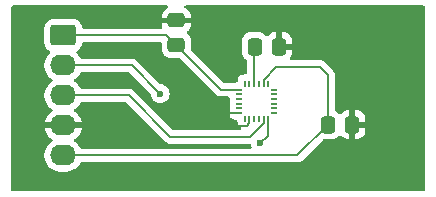
<source format=gbr>
%TF.GenerationSoftware,KiCad,Pcbnew,8.0.5*%
%TF.CreationDate,2024-11-05T12:58:27-06:00*%
%TF.ProjectId,golf_club_imu,676f6c66-5f63-46c7-9562-5f696d752e6b,rev?*%
%TF.SameCoordinates,Original*%
%TF.FileFunction,Copper,L1,Top*%
%TF.FilePolarity,Positive*%
%FSLAX46Y46*%
G04 Gerber Fmt 4.6, Leading zero omitted, Abs format (unit mm)*
G04 Created by KiCad (PCBNEW 8.0.5) date 2024-11-05 12:58:27*
%MOMM*%
%LPD*%
G01*
G04 APERTURE LIST*
G04 Aperture macros list*
%AMRoundRect*
0 Rectangle with rounded corners*
0 $1 Rounding radius*
0 $2 $3 $4 $5 $6 $7 $8 $9 X,Y pos of 4 corners*
0 Add a 4 corners polygon primitive as box body*
4,1,4,$2,$3,$4,$5,$6,$7,$8,$9,$2,$3,0*
0 Add four circle primitives for the rounded corners*
1,1,$1+$1,$2,$3*
1,1,$1+$1,$4,$5*
1,1,$1+$1,$6,$7*
1,1,$1+$1,$8,$9*
0 Add four rect primitives between the rounded corners*
20,1,$1+$1,$2,$3,$4,$5,0*
20,1,$1+$1,$4,$5,$6,$7,0*
20,1,$1+$1,$6,$7,$8,$9,0*
20,1,$1+$1,$8,$9,$2,$3,0*%
G04 Aperture macros list end*
%TA.AperFunction,SMDPad,CuDef*%
%ADD10RoundRect,0.050000X-0.050000X0.225000X-0.050000X-0.225000X0.050000X-0.225000X0.050000X0.225000X0*%
%TD*%
%TA.AperFunction,SMDPad,CuDef*%
%ADD11RoundRect,0.050000X0.225000X0.050000X-0.225000X0.050000X-0.225000X-0.050000X0.225000X-0.050000X0*%
%TD*%
%TA.AperFunction,ComponentPad*%
%ADD12RoundRect,0.250000X-0.845000X0.620000X-0.845000X-0.620000X0.845000X-0.620000X0.845000X0.620000X0*%
%TD*%
%TA.AperFunction,ComponentPad*%
%ADD13O,2.190000X1.740000*%
%TD*%
%TA.AperFunction,SMDPad,CuDef*%
%ADD14RoundRect,0.250000X-0.337500X-0.475000X0.337500X-0.475000X0.337500X0.475000X-0.337500X0.475000X0*%
%TD*%
%TA.AperFunction,SMDPad,CuDef*%
%ADD15RoundRect,0.250000X0.475000X-0.337500X0.475000X0.337500X-0.475000X0.337500X-0.475000X-0.337500X0*%
%TD*%
%TA.AperFunction,SMDPad,CuDef*%
%ADD16RoundRect,0.250000X0.337500X0.475000X-0.337500X0.475000X-0.337500X-0.475000X0.337500X-0.475000X0*%
%TD*%
%TA.AperFunction,ViaPad*%
%ADD17C,0.600000*%
%TD*%
%TA.AperFunction,Conductor*%
%ADD18C,0.152400*%
%TD*%
G04 APERTURE END LIST*
D10*
%TO.P,U1,24,SDA/SDI*%
%TO.N,/SDA*%
X149004400Y-59916800D03*
%TO.P,U1,23,SCL/SCLK*%
%TO.N,/SCL*%
X148604400Y-59916800D03*
%TO.P,U1,22,~{CS}*%
%TO.N,unconnected-(U1-~{CS}-Pad22)*%
X148204400Y-59916800D03*
%TO.P,U1,21,AUX_DA*%
%TO.N,unconnected-(U1-AUX_DA-Pad21)*%
X147804400Y-59916800D03*
%TO.P,U1,20,GND*%
%TO.N,GND*%
X147404400Y-59916800D03*
%TO.P,U1,19,RESV*%
%TO.N,unconnected-(U1-RESV-Pad19)*%
X147004400Y-59916800D03*
D11*
%TO.P,U1,18,GND*%
%TO.N,GND*%
X146504400Y-59416800D03*
%TO.P,U1,17,NC*%
%TO.N,unconnected-(U1-NC-Pad17)*%
X146504400Y-59016800D03*
%TO.P,U1,16,NC*%
%TO.N,unconnected-(U1-NC-Pad16)*%
X146504400Y-58616800D03*
%TO.P,U1,15,NC*%
%TO.N,unconnected-(U1-NC-Pad15)*%
X146504400Y-58216800D03*
%TO.P,U1,14,NC*%
%TO.N,unconnected-(U1-NC-Pad14)*%
X146504400Y-57816800D03*
%TO.P,U1,13,VDD*%
%TO.N,/3V3*%
X146504400Y-57416800D03*
D10*
%TO.P,U1,12,INT1*%
%TO.N,unconnected-(U1-INT1-Pad12)*%
X147004400Y-56916800D03*
%TO.P,U1,11,FSYNC*%
%TO.N,unconnected-(U1-FSYNC-Pad11)*%
X147404400Y-56916800D03*
%TO.P,U1,10,REGOUT*%
%TO.N,Net-(U1-REGOUT)*%
X147804400Y-56916800D03*
%TO.P,U1,9,SDO/AD0*%
%TO.N,unconnected-(U1-SDO{slash}AD0-Pad9)*%
X148204400Y-56916800D03*
%TO.P,U1,8,VDDIO*%
%TO.N,/1V8*%
X148604400Y-56916800D03*
%TO.P,U1,7,AUX_CL*%
%TO.N,unconnected-(U1-AUX_CL-Pad7)*%
X149004400Y-56916800D03*
D11*
%TO.P,U1,6,NC*%
%TO.N,unconnected-(U1-NC-Pad6)*%
X149504400Y-57416800D03*
%TO.P,U1,5,NC*%
%TO.N,unconnected-(U1-NC-Pad5)*%
X149504400Y-57816800D03*
%TO.P,U1,4,NC*%
%TO.N,unconnected-(U1-NC-Pad4)*%
X149504400Y-58216800D03*
%TO.P,U1,3,NC*%
%TO.N,unconnected-(U1-NC-Pad3)*%
X149504400Y-58616800D03*
%TO.P,U1,2,NC*%
%TO.N,unconnected-(U1-NC-Pad2)*%
X149504400Y-59016800D03*
%TO.P,U1,1,NC*%
%TO.N,unconnected-(U1-NC-Pad1)*%
X149504400Y-59416800D03*
%TD*%
D12*
%TO.P,IMU_IO1,1,Pin_1*%
%TO.N,/3V3*%
X131653600Y-52832000D03*
D13*
%TO.P,IMU_IO1,2,Pin_2*%
%TO.N,/SDA*%
X131653600Y-55372000D03*
%TO.P,IMU_IO1,3,Pin_3*%
%TO.N,/SCL*%
X131653600Y-57912000D03*
%TO.P,IMU_IO1,4,Pin_4*%
%TO.N,GND*%
X131653600Y-60452000D03*
%TO.P,IMU_IO1,5,Pin_5*%
%TO.N,/1V8*%
X131653600Y-62992000D03*
%TD*%
D14*
%TO.P,C11,1*%
%TO.N,Net-(U1-REGOUT)*%
X147857300Y-53797200D03*
%TO.P,C11,2*%
%TO.N,GND*%
X149932300Y-53797200D03*
%TD*%
D15*
%TO.P,C10,2*%
%TO.N,GND*%
X141224000Y-51569800D03*
%TO.P,C10,1*%
%TO.N,/3V3*%
X141224000Y-53644800D03*
%TD*%
D16*
%TO.P,C9,2*%
%TO.N,/1V8*%
X154054900Y-60401200D03*
%TO.P,C9,1*%
%TO.N,GND*%
X156129900Y-60401200D03*
%TD*%
D17*
%TO.N,GND*%
X133959600Y-56692800D03*
X135432800Y-51460400D03*
X133959600Y-61569600D03*
X144780000Y-59436000D03*
%TO.N,/SDA*%
X148336000Y-61976000D03*
X139852400Y-57759600D03*
%TD*%
D18*
%TO.N,GND*%
X147190904Y-60468000D02*
X145812000Y-60468000D01*
X145812000Y-60468000D02*
X144780000Y-59436000D01*
X147404400Y-60254504D02*
X147190904Y-60468000D01*
X147404400Y-59916800D02*
X147404400Y-60254504D01*
X144799200Y-59416800D02*
X144780000Y-59436000D01*
X146504400Y-59416800D02*
X144799200Y-59416800D01*
%TO.N,Net-(U1-REGOUT)*%
X147804400Y-53850100D02*
X147804400Y-56916800D01*
X147857300Y-53797200D02*
X147804400Y-53850100D01*
%TO.N,/SCL*%
X148604400Y-60254504D02*
X148604400Y-59916800D01*
X147441704Y-61417200D02*
X148604400Y-60254504D01*
X140716000Y-61417200D02*
X147441704Y-61417200D01*
X137210800Y-57912000D02*
X140716000Y-61417200D01*
X131653600Y-57912000D02*
X137210800Y-57912000D01*
%TO.N,/SDA*%
X149004400Y-61307600D02*
X148336000Y-61976000D01*
X149004400Y-59916800D02*
X149004400Y-61307600D01*
X137464800Y-55372000D02*
X139852400Y-57759600D01*
X131653600Y-55372000D02*
X137464800Y-55372000D01*
%TO.N,/1V8*%
X148604400Y-56579096D02*
X148604400Y-56916800D01*
X149659096Y-55524400D02*
X148604400Y-56579096D01*
X153416000Y-55524400D02*
X149659096Y-55524400D01*
X154054900Y-56163300D02*
X153416000Y-55524400D01*
X154054900Y-60401200D02*
X154054900Y-56163300D01*
X151464100Y-62992000D02*
X154054900Y-60401200D01*
X131653600Y-62992000D02*
X151464100Y-62992000D01*
%TO.N,/3V3*%
X141173200Y-53644800D02*
X140360400Y-52832000D01*
X140360400Y-52832000D02*
X131653600Y-52832000D01*
X141224000Y-53644800D02*
X141173200Y-53644800D01*
X144996000Y-57416800D02*
X141224000Y-53644800D01*
X146504400Y-57416800D02*
X144996000Y-57416800D01*
%TD*%
%TA.AperFunction,Conductor*%
%TO.N,GND*%
G36*
X136987600Y-58508385D02*
G01*
X137008242Y-58525019D01*
X140361898Y-61878675D01*
X140493402Y-61954599D01*
X140640076Y-61993900D01*
X140640078Y-61993900D01*
X147421638Y-61993900D01*
X147488677Y-62013585D01*
X147534432Y-62066389D01*
X147544858Y-62104016D01*
X147550630Y-62155249D01*
X147550631Y-62155254D01*
X147550632Y-62155255D01*
X147583905Y-62250345D01*
X147583906Y-62250346D01*
X147587467Y-62320125D01*
X147552738Y-62380752D01*
X147490745Y-62412979D01*
X147466864Y-62415300D01*
X133198893Y-62415300D01*
X133131854Y-62395615D01*
X133088408Y-62347595D01*
X133050756Y-62273700D01*
X133050722Y-62273653D01*
X132923959Y-62099179D01*
X132771421Y-61946641D01*
X132599879Y-61822008D01*
X132557214Y-61766678D01*
X132551235Y-61697064D01*
X132583841Y-61635269D01*
X132599880Y-61621372D01*
X132771091Y-61496979D01*
X132771097Y-61496974D01*
X132923574Y-61344497D01*
X132923574Y-61344496D01*
X133050328Y-61170036D01*
X133148227Y-60977901D01*
X133214866Y-60772809D01*
X133226081Y-60702000D01*
X132196309Y-60702000D01*
X132208052Y-60681661D01*
X132248600Y-60530333D01*
X132248600Y-60373667D01*
X132208052Y-60222339D01*
X132196309Y-60202000D01*
X133226081Y-60202000D01*
X133214866Y-60131190D01*
X133148227Y-59926098D01*
X133050328Y-59733963D01*
X132923574Y-59559503D01*
X132923574Y-59559502D01*
X132771097Y-59407025D01*
X132599879Y-59282627D01*
X132557214Y-59227297D01*
X132551235Y-59157683D01*
X132583841Y-59095888D01*
X132599880Y-59081991D01*
X132771421Y-58957359D01*
X132923959Y-58804821D01*
X133050757Y-58630299D01*
X133088408Y-58556405D01*
X133136383Y-58505609D01*
X133198893Y-58488700D01*
X136920561Y-58488700D01*
X136987600Y-58508385D01*
G37*
%TD.AperFunction*%
%TA.AperFunction,Conductor*%
G36*
X139941539Y-53428385D02*
G01*
X139987294Y-53481189D01*
X139998500Y-53532700D01*
X139998500Y-54032301D01*
X139998501Y-54032319D01*
X140009000Y-54135096D01*
X140009001Y-54135099D01*
X140064185Y-54301631D01*
X140064187Y-54301636D01*
X140076854Y-54322173D01*
X140156288Y-54450956D01*
X140280344Y-54575012D01*
X140429666Y-54667114D01*
X140596203Y-54722299D01*
X140698991Y-54732800D01*
X141445060Y-54732799D01*
X141512099Y-54752483D01*
X141532741Y-54769118D01*
X144534525Y-57770902D01*
X144641898Y-57878275D01*
X144773402Y-57954199D01*
X144920076Y-57993500D01*
X145605049Y-57993500D01*
X145672088Y-58013185D01*
X145717843Y-58065989D01*
X145727913Y-58119992D01*
X145728900Y-58119992D01*
X145728900Y-58123697D01*
X145728900Y-58123698D01*
X145728900Y-58309902D01*
X145734622Y-58357554D01*
X145739961Y-58402017D01*
X145739961Y-58431583D01*
X145739180Y-58438089D01*
X145728900Y-58523698D01*
X145728900Y-58709902D01*
X145734622Y-58757554D01*
X145739961Y-58802017D01*
X145739961Y-58831583D01*
X145734118Y-58880240D01*
X145728900Y-58923698D01*
X145728900Y-59109902D01*
X145734638Y-59157683D01*
X145740214Y-59204121D01*
X145740214Y-59233687D01*
X145729400Y-59323745D01*
X145729400Y-59509853D01*
X145740013Y-59598243D01*
X145795479Y-59738895D01*
X145886835Y-59859364D01*
X146007304Y-59950720D01*
X146147956Y-60006186D01*
X146236346Y-60016800D01*
X146279900Y-60016800D01*
X146346939Y-60036485D01*
X146392694Y-60089289D01*
X146403900Y-60140800D01*
X146403900Y-60184902D01*
X146408396Y-60222339D01*
X146414522Y-60273361D01*
X146470039Y-60414143D01*
X146561477Y-60534722D01*
X146670895Y-60617696D01*
X146712419Y-60673889D01*
X146716970Y-60743610D01*
X146683105Y-60804724D01*
X146621575Y-60837828D01*
X146595970Y-60840500D01*
X141006239Y-60840500D01*
X140939200Y-60820815D01*
X140918558Y-60804181D01*
X137564904Y-57450527D01*
X137564898Y-57450522D01*
X137433400Y-57374602D01*
X137433399Y-57374601D01*
X137433398Y-57374601D01*
X137286724Y-57335300D01*
X137286723Y-57335300D01*
X133198893Y-57335300D01*
X133131854Y-57315615D01*
X133088408Y-57267595D01*
X133050756Y-57193700D01*
X133004318Y-57129784D01*
X132923959Y-57019179D01*
X132771421Y-56866641D01*
X132600304Y-56742317D01*
X132557640Y-56686988D01*
X132551661Y-56617374D01*
X132584267Y-56555580D01*
X132600302Y-56541684D01*
X132771421Y-56417359D01*
X132923959Y-56264821D01*
X133050757Y-56090299D01*
X133088408Y-56016405D01*
X133136383Y-55965609D01*
X133198893Y-55948700D01*
X137174561Y-55948700D01*
X137241600Y-55968385D01*
X137262242Y-55985019D01*
X139017424Y-57740201D01*
X139050909Y-57801524D01*
X139052963Y-57813998D01*
X139067030Y-57938849D01*
X139126610Y-58109121D01*
X139204400Y-58232922D01*
X139222584Y-58261862D01*
X139350138Y-58389416D01*
X139502878Y-58485389D01*
X139568597Y-58508385D01*
X139673145Y-58544968D01*
X139673150Y-58544969D01*
X139852396Y-58565165D01*
X139852400Y-58565165D01*
X139852404Y-58565165D01*
X140031649Y-58544969D01*
X140031652Y-58544968D01*
X140031655Y-58544968D01*
X140201922Y-58485389D01*
X140354662Y-58389416D01*
X140482216Y-58261862D01*
X140578189Y-58109122D01*
X140637768Y-57938855D01*
X140637769Y-57938849D01*
X140657965Y-57759603D01*
X140657965Y-57759596D01*
X140637769Y-57580350D01*
X140637768Y-57580345D01*
X140613119Y-57509902D01*
X140578189Y-57410078D01*
X140482216Y-57257338D01*
X140354662Y-57129784D01*
X140298438Y-57094456D01*
X140201921Y-57033810D01*
X140031649Y-56974230D01*
X139906798Y-56960163D01*
X139842384Y-56933096D01*
X139833001Y-56924624D01*
X137818904Y-54910527D01*
X137818898Y-54910522D01*
X137687400Y-54834602D01*
X137687399Y-54834601D01*
X137687398Y-54834601D01*
X137540724Y-54795300D01*
X137540723Y-54795300D01*
X133198893Y-54795300D01*
X133131854Y-54775615D01*
X133088408Y-54727595D01*
X133074727Y-54700745D01*
X133050757Y-54653701D01*
X132923959Y-54479179D01*
X132781975Y-54337195D01*
X132748490Y-54275872D01*
X132753474Y-54206180D01*
X132795346Y-54150247D01*
X132817257Y-54137129D01*
X132817922Y-54136817D01*
X132817934Y-54136814D01*
X132967256Y-54044712D01*
X133091312Y-53920656D01*
X133183414Y-53771334D01*
X133238599Y-53604797D01*
X133247252Y-53520098D01*
X133273648Y-53455406D01*
X133330829Y-53415254D01*
X133370610Y-53408700D01*
X139874500Y-53408700D01*
X139941539Y-53428385D01*
G37*
%TD.AperFunction*%
%TA.AperFunction,Conductor*%
G36*
X140500875Y-50311685D02*
G01*
X140546630Y-50364489D01*
X140556574Y-50433647D01*
X140527549Y-50497203D01*
X140472840Y-50533706D01*
X140429880Y-50547941D01*
X140429875Y-50547943D01*
X140280654Y-50639984D01*
X140156684Y-50763954D01*
X140064643Y-50913175D01*
X140064641Y-50913180D01*
X140009494Y-51079602D01*
X140009493Y-51079609D01*
X139999000Y-51182313D01*
X139999000Y-51319800D01*
X142448999Y-51319800D01*
X142448999Y-51182328D01*
X142448998Y-51182313D01*
X142438505Y-51079602D01*
X142383358Y-50913180D01*
X142383356Y-50913175D01*
X142291315Y-50763954D01*
X142167345Y-50639984D01*
X142018124Y-50547943D01*
X142018119Y-50547941D01*
X141975159Y-50533706D01*
X141917714Y-50493934D01*
X141890891Y-50429418D01*
X141903206Y-50360642D01*
X141950749Y-50309442D01*
X142014163Y-50292000D01*
X162138700Y-50292000D01*
X162205739Y-50311685D01*
X162251494Y-50364489D01*
X162262700Y-50416000D01*
X162262700Y-65916000D01*
X162243015Y-65983039D01*
X162190211Y-66028794D01*
X162138700Y-66040000D01*
X127370500Y-66040000D01*
X127303461Y-66020315D01*
X127257706Y-65967511D01*
X127246500Y-65916000D01*
X127246500Y-52161983D01*
X130058100Y-52161983D01*
X130058100Y-53502001D01*
X130058101Y-53502018D01*
X130068600Y-53604796D01*
X130068601Y-53604799D01*
X130123785Y-53771331D01*
X130123786Y-53771334D01*
X130215888Y-53920656D01*
X130339944Y-54044712D01*
X130489266Y-54136814D01*
X130489268Y-54136814D01*
X130489269Y-54136815D01*
X130489948Y-54137132D01*
X130490335Y-54137473D01*
X130495413Y-54140605D01*
X130494877Y-54141472D01*
X130542387Y-54183304D01*
X130561539Y-54250498D01*
X130541323Y-54317379D01*
X130525225Y-54337195D01*
X130383240Y-54479180D01*
X130256443Y-54653700D01*
X130158509Y-54845908D01*
X130158508Y-54845910D01*
X130158508Y-54845911D01*
X130152335Y-54864910D01*
X130091845Y-55051077D01*
X130058100Y-55264133D01*
X130058100Y-55479866D01*
X130091845Y-55692922D01*
X130091846Y-55692926D01*
X130158508Y-55898089D01*
X130256443Y-56090299D01*
X130383241Y-56264821D01*
X130535779Y-56417359D01*
X130587355Y-56454831D01*
X130706894Y-56541682D01*
X130749559Y-56597012D01*
X130755538Y-56666626D01*
X130722932Y-56728421D01*
X130706894Y-56742318D01*
X130683467Y-56759339D01*
X130535779Y-56866641D01*
X130535777Y-56866643D01*
X130535776Y-56866643D01*
X130383243Y-57019176D01*
X130383243Y-57019177D01*
X130383241Y-57019179D01*
X130328786Y-57094129D01*
X130256443Y-57193700D01*
X130158509Y-57385908D01*
X130091845Y-57591077D01*
X130058100Y-57804133D01*
X130058100Y-58019866D01*
X130091845Y-58232922D01*
X130091846Y-58232926D01*
X130158508Y-58438089D01*
X130256443Y-58630299D01*
X130383241Y-58804821D01*
X130535779Y-58957359D01*
X130707320Y-59081991D01*
X130749985Y-59137321D01*
X130755964Y-59206935D01*
X130723358Y-59268730D01*
X130707320Y-59282627D01*
X130536103Y-59407024D01*
X130383625Y-59559502D01*
X130383625Y-59559503D01*
X130256871Y-59733963D01*
X130158972Y-59926098D01*
X130092333Y-60131190D01*
X130081119Y-60202000D01*
X131110891Y-60202000D01*
X131099148Y-60222339D01*
X131058600Y-60373667D01*
X131058600Y-60530333D01*
X131099148Y-60681661D01*
X131110891Y-60702000D01*
X130081119Y-60702000D01*
X130092333Y-60772809D01*
X130158972Y-60977901D01*
X130256871Y-61170036D01*
X130383625Y-61344496D01*
X130383625Y-61344497D01*
X130536102Y-61496974D01*
X130707320Y-61621372D01*
X130749985Y-61676702D01*
X130755964Y-61746316D01*
X130723358Y-61808110D01*
X130707320Y-61822008D01*
X130535777Y-61946642D01*
X130383243Y-62099176D01*
X130383243Y-62099177D01*
X130383241Y-62099179D01*
X130379727Y-62104016D01*
X130256443Y-62273700D01*
X130158509Y-62465908D01*
X130091845Y-62671077D01*
X130058100Y-62884133D01*
X130058100Y-63099866D01*
X130091845Y-63312922D01*
X130091846Y-63312926D01*
X130158508Y-63518089D01*
X130256443Y-63710299D01*
X130383241Y-63884821D01*
X130535779Y-64037359D01*
X130710301Y-64164157D01*
X130902511Y-64262092D01*
X131107674Y-64328754D01*
X131187573Y-64341408D01*
X131320734Y-64362500D01*
X131320739Y-64362500D01*
X131986466Y-64362500D01*
X132104830Y-64343752D01*
X132199526Y-64328754D01*
X132404689Y-64262092D01*
X132596899Y-64164157D01*
X132771421Y-64037359D01*
X132923959Y-63884821D01*
X133050757Y-63710299D01*
X133088408Y-63636405D01*
X133136383Y-63585609D01*
X133198893Y-63568700D01*
X151540022Y-63568700D01*
X151540024Y-63568700D01*
X151686698Y-63529399D01*
X151818202Y-63453475D01*
X153608659Y-61663016D01*
X153669980Y-61629533D01*
X153696329Y-61626699D01*
X154442408Y-61626699D01*
X154442416Y-61626698D01*
X154442419Y-61626698D01*
X154498702Y-61620948D01*
X154545197Y-61616199D01*
X154711734Y-61561014D01*
X154861056Y-61468912D01*
X154985112Y-61344856D01*
X154987152Y-61341547D01*
X154989145Y-61339755D01*
X154989593Y-61339189D01*
X154989689Y-61339265D01*
X155039094Y-61294823D01*
X155108056Y-61283595D01*
X155172140Y-61311434D01*
X155198229Y-61341539D01*
X155200081Y-61344541D01*
X155200083Y-61344544D01*
X155324054Y-61468515D01*
X155473275Y-61560556D01*
X155473280Y-61560558D01*
X155639702Y-61615705D01*
X155639709Y-61615706D01*
X155742419Y-61626199D01*
X155879899Y-61626199D01*
X156379900Y-61626199D01*
X156517372Y-61626199D01*
X156517386Y-61626198D01*
X156620097Y-61615705D01*
X156786519Y-61560558D01*
X156786524Y-61560556D01*
X156935745Y-61468515D01*
X157059715Y-61344545D01*
X157151756Y-61195324D01*
X157151758Y-61195319D01*
X157206905Y-61028897D01*
X157206906Y-61028890D01*
X157217399Y-60926186D01*
X157217400Y-60926173D01*
X157217400Y-60651200D01*
X156379900Y-60651200D01*
X156379900Y-61626199D01*
X155879899Y-61626199D01*
X155879900Y-61626198D01*
X155879900Y-60151200D01*
X156379900Y-60151200D01*
X157217399Y-60151200D01*
X157217399Y-59876228D01*
X157217398Y-59876213D01*
X157206905Y-59773502D01*
X157151758Y-59607080D01*
X157151756Y-59607075D01*
X157059715Y-59457854D01*
X156935745Y-59333884D01*
X156786524Y-59241843D01*
X156786519Y-59241841D01*
X156620097Y-59186694D01*
X156620090Y-59186693D01*
X156517386Y-59176200D01*
X156379900Y-59176200D01*
X156379900Y-60151200D01*
X155879900Y-60151200D01*
X155879900Y-59176200D01*
X155742427Y-59176200D01*
X155742412Y-59176201D01*
X155639702Y-59186694D01*
X155473280Y-59241841D01*
X155473275Y-59241843D01*
X155324054Y-59333884D01*
X155200083Y-59457855D01*
X155200079Y-59457860D01*
X155198226Y-59460865D01*
X155196418Y-59462490D01*
X155195602Y-59463523D01*
X155195425Y-59463383D01*
X155146274Y-59507585D01*
X155077311Y-59518801D01*
X155013231Y-59490952D01*
X154987153Y-59460853D01*
X154986455Y-59459722D01*
X154985112Y-59457544D01*
X154861056Y-59333488D01*
X154711734Y-59241386D01*
X154711733Y-59241385D01*
X154705191Y-59238336D01*
X154706328Y-59235895D01*
X154659131Y-59203199D01*
X154632325Y-59138676D01*
X154631600Y-59125291D01*
X154631600Y-56087378D01*
X154631600Y-56087376D01*
X154592299Y-55940702D01*
X154567697Y-55898091D01*
X154516377Y-55809201D01*
X154516372Y-55809195D01*
X153770104Y-55062927D01*
X153770098Y-55062922D01*
X153638600Y-54987002D01*
X153638599Y-54987001D01*
X153638598Y-54987001D01*
X153491924Y-54947700D01*
X150954323Y-54947700D01*
X150887284Y-54928015D01*
X150841529Y-54875211D01*
X150831585Y-54806053D01*
X150858576Y-54746948D01*
X150857639Y-54746207D01*
X150862115Y-54740546D01*
X150954156Y-54591324D01*
X150954158Y-54591319D01*
X151009305Y-54424897D01*
X151009306Y-54424890D01*
X151019799Y-54322186D01*
X151019800Y-54322173D01*
X151019800Y-54047200D01*
X149806300Y-54047200D01*
X149739261Y-54027515D01*
X149693506Y-53974711D01*
X149682300Y-53923200D01*
X149682300Y-53547200D01*
X150182300Y-53547200D01*
X151019799Y-53547200D01*
X151019799Y-53272228D01*
X151019798Y-53272213D01*
X151009305Y-53169502D01*
X150954158Y-53003080D01*
X150954156Y-53003075D01*
X150862115Y-52853854D01*
X150738145Y-52729884D01*
X150588924Y-52637843D01*
X150588919Y-52637841D01*
X150422497Y-52582694D01*
X150422490Y-52582693D01*
X150319786Y-52572200D01*
X150182300Y-52572200D01*
X150182300Y-53547200D01*
X149682300Y-53547200D01*
X149682300Y-52572200D01*
X149544827Y-52572200D01*
X149544812Y-52572201D01*
X149442102Y-52582694D01*
X149275680Y-52637841D01*
X149275675Y-52637843D01*
X149126454Y-52729884D01*
X149002483Y-52853855D01*
X149002479Y-52853860D01*
X149000626Y-52856865D01*
X148998818Y-52858490D01*
X148998002Y-52859523D01*
X148997825Y-52859383D01*
X148948674Y-52903585D01*
X148879711Y-52914801D01*
X148815631Y-52886952D01*
X148789553Y-52856853D01*
X148789537Y-52856828D01*
X148787512Y-52853544D01*
X148663456Y-52729488D01*
X148514134Y-52637386D01*
X148347597Y-52582201D01*
X148347595Y-52582200D01*
X148244810Y-52571700D01*
X147469798Y-52571700D01*
X147469780Y-52571701D01*
X147367003Y-52582200D01*
X147367000Y-52582201D01*
X147200468Y-52637385D01*
X147200463Y-52637387D01*
X147051142Y-52729489D01*
X146927089Y-52853542D01*
X146834987Y-53002863D01*
X146834985Y-53002868D01*
X146834915Y-53003080D01*
X146779801Y-53169403D01*
X146779801Y-53169404D01*
X146779800Y-53169404D01*
X146769300Y-53272183D01*
X146769300Y-54322201D01*
X146769301Y-54322219D01*
X146779800Y-54424996D01*
X146779801Y-54424999D01*
X146829510Y-54575010D01*
X146834986Y-54591534D01*
X146927088Y-54740856D01*
X147051144Y-54864912D01*
X147168797Y-54937481D01*
X147215521Y-54989426D01*
X147227700Y-55043018D01*
X147227700Y-56017449D01*
X147208015Y-56084488D01*
X147155211Y-56130243D01*
X147101208Y-56140312D01*
X147101208Y-56141300D01*
X147097502Y-56141300D01*
X146911298Y-56141300D01*
X146872253Y-56145988D01*
X146822838Y-56151922D01*
X146682056Y-56207439D01*
X146561477Y-56298877D01*
X146470039Y-56419456D01*
X146414522Y-56560238D01*
X146410107Y-56597012D01*
X146403900Y-56648698D01*
X146403900Y-56648703D01*
X146403900Y-56692300D01*
X146384215Y-56759339D01*
X146331411Y-56805094D01*
X146279900Y-56816300D01*
X146236298Y-56816300D01*
X146202031Y-56820415D01*
X146147838Y-56826922D01*
X146144215Y-56828350D01*
X146136342Y-56831455D01*
X146090855Y-56840100D01*
X145286239Y-56840100D01*
X145219200Y-56820415D01*
X145198558Y-56803781D01*
X142485818Y-54091041D01*
X142452333Y-54029718D01*
X142449499Y-54003368D01*
X142449499Y-53257292D01*
X142438999Y-53154503D01*
X142383814Y-52987966D01*
X142291712Y-52838644D01*
X142167656Y-52714588D01*
X142164342Y-52712543D01*
X142162546Y-52710548D01*
X142161989Y-52710107D01*
X142162064Y-52710011D01*
X142117618Y-52660597D01*
X142106397Y-52591634D01*
X142134240Y-52527552D01*
X142164348Y-52501465D01*
X142167342Y-52499618D01*
X142291315Y-52375645D01*
X142383356Y-52226424D01*
X142383358Y-52226419D01*
X142438505Y-52059997D01*
X142438506Y-52059990D01*
X142448999Y-51957286D01*
X142449000Y-51957273D01*
X142449000Y-51819800D01*
X139999001Y-51819800D01*
X139999001Y-51957286D01*
X140009494Y-52059997D01*
X140020197Y-52092296D01*
X140022599Y-52162124D01*
X139986867Y-52222166D01*
X139924347Y-52253359D01*
X139902491Y-52255300D01*
X133370609Y-52255300D01*
X133303570Y-52235615D01*
X133257815Y-52182811D01*
X133247251Y-52143901D01*
X133238599Y-52059203D01*
X133238598Y-52059200D01*
X133204827Y-51957286D01*
X133183414Y-51892666D01*
X133091312Y-51743344D01*
X132967256Y-51619288D01*
X132817934Y-51527186D01*
X132651397Y-51472001D01*
X132651395Y-51472000D01*
X132548610Y-51461500D01*
X130758598Y-51461500D01*
X130758581Y-51461501D01*
X130655803Y-51472000D01*
X130655800Y-51472001D01*
X130489268Y-51527185D01*
X130489263Y-51527187D01*
X130339942Y-51619289D01*
X130215889Y-51743342D01*
X130123787Y-51892663D01*
X130123786Y-51892666D01*
X130068601Y-52059203D01*
X130068601Y-52059204D01*
X130068600Y-52059204D01*
X130058100Y-52161983D01*
X127246500Y-52161983D01*
X127246500Y-50416000D01*
X127266185Y-50348961D01*
X127318989Y-50303206D01*
X127370500Y-50292000D01*
X140433836Y-50292000D01*
X140500875Y-50311685D01*
G37*
%TD.AperFunction*%
%TD*%
M02*

</source>
